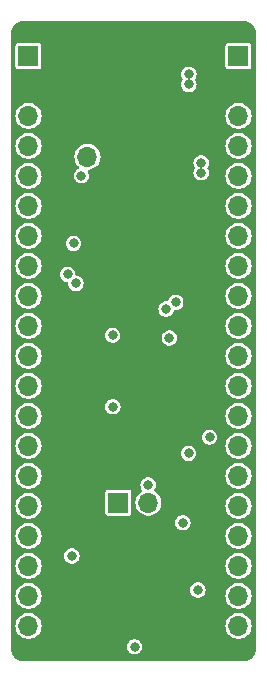
<source format=gbr>
%TF.GenerationSoftware,KiCad,Pcbnew,7.0.2-6a45011f42~172~ubuntu20.04.1*%
%TF.CreationDate,2023-04-23T13:30:35+07:00*%
%TF.ProjectId,EZ-USB-FX2LP-micro,455a2d55-5342-42d4-9658-324c502d6d69,rev?*%
%TF.SameCoordinates,Original*%
%TF.FileFunction,Copper,L2,Inr*%
%TF.FilePolarity,Positive*%
%FSLAX46Y46*%
G04 Gerber Fmt 4.6, Leading zero omitted, Abs format (unit mm)*
G04 Created by KiCad (PCBNEW 7.0.2-6a45011f42~172~ubuntu20.04.1) date 2023-04-23 13:30:35*
%MOMM*%
%LPD*%
G01*
G04 APERTURE LIST*
%TA.AperFunction,ComponentPad*%
%ADD10C,0.500000*%
%TD*%
%TA.AperFunction,ComponentPad*%
%ADD11R,1.700000X1.700000*%
%TD*%
%TA.AperFunction,ComponentPad*%
%ADD12O,1.700000X1.700000*%
%TD*%
%TA.AperFunction,ViaPad*%
%ADD13C,0.800000*%
%TD*%
G04 APERTURE END LIST*
D10*
%TO.N,GND*%
%TO.C,U1*%
X148412400Y-105486200D03*
X147237400Y-105486200D03*
X146062400Y-105486200D03*
X144887400Y-105486200D03*
X143712400Y-105486200D03*
X148412400Y-106486200D03*
X147237400Y-106486200D03*
X146062400Y-106486200D03*
X144887400Y-106486200D03*
X143712400Y-106486200D03*
X148412400Y-107486200D03*
X147237400Y-107486200D03*
X146062400Y-107486200D03*
X144887400Y-107486200D03*
X143712400Y-107486200D03*
X148412400Y-108486200D03*
X147237400Y-108486200D03*
X146062400Y-108486200D03*
X144887400Y-108486200D03*
X143712400Y-108486200D03*
X148412400Y-109486200D03*
X147237400Y-109486200D03*
X146062400Y-109486200D03*
X144887400Y-109486200D03*
X143712400Y-109486200D03*
%TD*%
D11*
%TO.N,Net-(J2-Pin_1)*%
%TO.C,J2*%
X144787400Y-118668800D03*
D12*
%TO.N,/SDA*%
X147327400Y-118668800D03*
%TD*%
D11*
%TO.N,GND*%
%TO.C,J3*%
X142169200Y-86842600D03*
D12*
%TO.N,Net-(D2-K)*%
X142169200Y-89382600D03*
%TD*%
D11*
%TO.N,+5V*%
%TO.C,J1*%
X137172400Y-80846600D03*
D12*
%TO.N,GND*%
X137172400Y-83386600D03*
%TO.N,+3V3*%
X137172400Y-85926600D03*
%TO.N,/IFCLK*%
X137172400Y-88466600D03*
%TO.N,/SCL*%
X137172400Y-91006600D03*
%TO.N,/SDA*%
X137172400Y-93546600D03*
%TO.N,/PB0*%
X137172400Y-96086600D03*
%TO.N,/PB1*%
X137172400Y-98626600D03*
%TO.N,/PB2*%
X137172400Y-101166600D03*
%TO.N,/PB3*%
X137172400Y-103706600D03*
%TO.N,/PB4*%
X137172400Y-106246600D03*
%TO.N,/PB5*%
X137172400Y-108786600D03*
%TO.N,/PB6*%
X137172400Y-111326600D03*
%TO.N,/PB7*%
X137172400Y-113866600D03*
%TO.N,/CTL0*%
X137172400Y-116406600D03*
%TO.N,/CTL1*%
X137172400Y-118946600D03*
%TO.N,/CTL2*%
X137172400Y-121486600D03*
%TO.N,/PA0*%
X137172400Y-124026600D03*
%TO.N,/PA1*%
X137172400Y-126566600D03*
%TO.N,/PA2*%
X137172400Y-129106600D03*
%TD*%
D11*
%TO.N,+5V*%
%TO.C,J7*%
X154952400Y-80846600D03*
D12*
%TO.N,GND*%
X154952400Y-83386600D03*
%TO.N,+3V3*%
X154952400Y-85926600D03*
%TO.N,/RDY1*%
X154952400Y-88466600D03*
%TO.N,/RDY0*%
X154952400Y-91006600D03*
%TO.N,/CLKOUT*%
X154952400Y-93546600D03*
%TO.N,/PD7*%
X154952400Y-96086600D03*
%TO.N,/PD6*%
X154952400Y-98626600D03*
%TO.N,/PD5*%
X154952400Y-101166600D03*
%TO.N,/PD4*%
X154952400Y-103706600D03*
%TO.N,/PD3*%
X154952400Y-106246600D03*
%TO.N,/PD2*%
X154952400Y-108786600D03*
%TO.N,/PD1*%
X154952400Y-111326600D03*
%TO.N,/PD0*%
X154952400Y-113866600D03*
%TO.N,/~{RESET}*%
X154952400Y-116406600D03*
%TO.N,/PA7*%
X154952400Y-118946600D03*
%TO.N,/PA6*%
X154952400Y-121486600D03*
%TO.N,/PA5*%
X154952400Y-124026600D03*
%TO.N,/PA4*%
X154952400Y-126566600D03*
%TO.N,/PA3*%
X154952400Y-129106600D03*
%TD*%
D13*
%TO.N,GND*%
X136296400Y-102438200D03*
X142417800Y-102108000D03*
X136296400Y-92278200D03*
X136296400Y-94818200D03*
X155829000Y-112598200D03*
X155829000Y-125298200D03*
X144653000Y-99441000D03*
X136296400Y-104978200D03*
X145999200Y-83947000D03*
X155829000Y-110058200D03*
X152019000Y-95199200D03*
X136296400Y-117678200D03*
X139928600Y-103200200D03*
X136296400Y-89738200D03*
X144653000Y-95825732D03*
X144653000Y-88595200D03*
X155829000Y-89738200D03*
X146481800Y-95825732D03*
X155829000Y-94818200D03*
X155829000Y-87198200D03*
X155829000Y-117678200D03*
X136296400Y-107518200D03*
X155829000Y-104978200D03*
X152450800Y-78994000D03*
X136296400Y-112598200D03*
X151282400Y-100660200D03*
X136296400Y-87198200D03*
X148564600Y-94081600D03*
X136296400Y-122758200D03*
X155829000Y-92278200D03*
X136296400Y-130378200D03*
X148793200Y-82067400D03*
X147650200Y-86563200D03*
X140639800Y-117678200D03*
X146913600Y-122555000D03*
X143078200Y-81254600D03*
X155829000Y-107518200D03*
X136296400Y-125298200D03*
X144653000Y-92210466D03*
X146481800Y-99441000D03*
X136296400Y-97358200D03*
X136296400Y-84658200D03*
X146075400Y-128752600D03*
X155829000Y-120218200D03*
X141884400Y-122174000D03*
X136296400Y-110058200D03*
X143992600Y-85725000D03*
X146481800Y-88595200D03*
X140233400Y-113207800D03*
X149275800Y-119303800D03*
X153238200Y-84226400D03*
X136296400Y-115138200D03*
X139471400Y-78994000D03*
X151079200Y-115976400D03*
X155829000Y-102438200D03*
X155829000Y-84658200D03*
X155829000Y-127838200D03*
X142824200Y-115544600D03*
X143002000Y-83108800D03*
X155829000Y-115138200D03*
X139471400Y-82067400D03*
X155829000Y-122758200D03*
X155829000Y-99898200D03*
X136296400Y-120218200D03*
X136296400Y-127838200D03*
X136296400Y-99898200D03*
X142163800Y-98882200D03*
X155829000Y-130378200D03*
X150495000Y-111836200D03*
X155829000Y-97358200D03*
X146481800Y-92210466D03*
X145211800Y-125095000D03*
%TO.N,+3V3*%
X140843000Y-123190000D03*
X144313482Y-110550920D03*
X152501600Y-113131600D03*
X144297400Y-104495600D03*
X151511000Y-126060200D03*
X151790400Y-89916000D03*
X151790400Y-90728800D03*
X149098000Y-104736200D03*
X150733001Y-114493799D03*
X150241000Y-120370600D03*
%TO.N,+5V*%
X150749000Y-83261200D03*
X150749000Y-82397600D03*
%TO.N,/~{RESET}*%
X146151600Y-130869000D03*
%TO.N,/SDA*%
X140491400Y-99339400D03*
%TO.N,/SCL*%
X147294600Y-117170200D03*
X141191400Y-100101400D03*
%TO.N,/PA0*%
X141655800Y-90982800D03*
%TO.N,/PA1*%
X140995400Y-96723200D03*
%TO.N,/RDY0*%
X149642232Y-101719553D03*
%TO.N,/RDY1*%
X148818600Y-102285800D03*
%TD*%
%TA.AperFunction,Conductor*%
%TO.N,GND*%
G36*
X155413794Y-77875571D02*
G01*
X155453953Y-77879085D01*
X155575717Y-77891078D01*
X155587732Y-77892860D01*
X155605946Y-77896483D01*
X155613786Y-77898311D01*
X155668751Y-77913038D01*
X155672497Y-77914108D01*
X155765793Y-77942408D01*
X155782173Y-77948677D01*
X155849120Y-77979894D01*
X155855140Y-77982904D01*
X155935923Y-78026084D01*
X155948577Y-78033856D01*
X156010764Y-78077400D01*
X156018299Y-78083118D01*
X156087698Y-78140073D01*
X156096714Y-78148245D01*
X156150752Y-78202283D01*
X156158918Y-78211292D01*
X156215893Y-78280715D01*
X156221603Y-78288241D01*
X156265133Y-78350408D01*
X156272916Y-78363079D01*
X156316094Y-78443860D01*
X156319118Y-78449908D01*
X156350315Y-78516809D01*
X156356594Y-78533219D01*
X156384875Y-78626451D01*
X156385989Y-78630354D01*
X156400676Y-78685169D01*
X156402517Y-78693062D01*
X156406134Y-78711240D01*
X156407921Y-78723285D01*
X156419923Y-78845147D01*
X156423431Y-78885240D01*
X156423900Y-78896003D01*
X156423900Y-131057185D01*
X156423428Y-131067994D01*
X156419923Y-131108050D01*
X156407921Y-131229912D01*
X156406135Y-131241947D01*
X156402516Y-131260137D01*
X156400675Y-131268035D01*
X156385984Y-131322861D01*
X156384870Y-131326761D01*
X156356595Y-131419975D01*
X156350316Y-131436386D01*
X156319118Y-131503290D01*
X156316094Y-131509339D01*
X156272915Y-131590120D01*
X156265133Y-131602788D01*
X156221609Y-131664948D01*
X156215886Y-131672492D01*
X156158920Y-131741904D01*
X156150748Y-131750919D01*
X156096719Y-131804948D01*
X156087704Y-131813120D01*
X156018292Y-131870086D01*
X156010748Y-131875809D01*
X155948588Y-131919333D01*
X155935920Y-131927115D01*
X155855139Y-131970294D01*
X155849090Y-131973318D01*
X155782186Y-132004516D01*
X155765775Y-132010795D01*
X155672561Y-132039070D01*
X155668661Y-132040184D01*
X155613835Y-132054875D01*
X155605936Y-132056717D01*
X155587750Y-132060335D01*
X155575709Y-132062121D01*
X155453850Y-132074123D01*
X155439626Y-132075368D01*
X155413760Y-132077631D01*
X155402995Y-132078100D01*
X136721814Y-132078100D01*
X136711006Y-132077628D01*
X136670947Y-132074123D01*
X136549080Y-132062120D01*
X136537047Y-132060335D01*
X136518866Y-132056718D01*
X136510969Y-132054876D01*
X136456154Y-132040189D01*
X136452251Y-132039075D01*
X136359019Y-132010794D01*
X136342609Y-132004515D01*
X136275708Y-131973318D01*
X136269660Y-131970294D01*
X136188879Y-131927116D01*
X136176208Y-131919333D01*
X136114041Y-131875803D01*
X136106522Y-131870098D01*
X136037091Y-131813117D01*
X136028083Y-131804952D01*
X135974045Y-131750914D01*
X135965873Y-131741898D01*
X135908918Y-131672499D01*
X135903196Y-131664958D01*
X135903189Y-131664948D01*
X135859656Y-131602777D01*
X135851884Y-131590123D01*
X135808704Y-131509339D01*
X135805694Y-131503320D01*
X135774477Y-131436373D01*
X135768208Y-131419993D01*
X135739908Y-131326697D01*
X135738838Y-131322951D01*
X135724111Y-131267986D01*
X135722284Y-131260151D01*
X135718659Y-131241925D01*
X135716879Y-131229925D01*
X135704876Y-131108050D01*
X135701368Y-131067958D01*
X135700900Y-131057199D01*
X135700900Y-130868999D01*
X145496321Y-130868999D01*
X145515363Y-131025818D01*
X145571380Y-131173523D01*
X145661115Y-131303528D01*
X145661116Y-131303529D01*
X145661117Y-131303530D01*
X145779360Y-131408283D01*
X145919235Y-131481696D01*
X146072615Y-131519500D01*
X146230585Y-131519500D01*
X146383965Y-131481696D01*
X146523840Y-131408283D01*
X146642083Y-131303530D01*
X146731820Y-131173523D01*
X146787837Y-131025818D01*
X146806878Y-130869000D01*
X146787837Y-130712182D01*
X146731820Y-130564477D01*
X146642083Y-130434470D01*
X146523840Y-130329717D01*
X146510594Y-130322764D01*
X146383964Y-130256303D01*
X146230585Y-130218500D01*
X146072615Y-130218500D01*
X145919235Y-130256303D01*
X145779361Y-130329716D01*
X145661115Y-130434471D01*
X145571380Y-130564476D01*
X145515363Y-130712181D01*
X145496321Y-130868999D01*
X135700900Y-130868999D01*
X135700900Y-129106600D01*
X136067185Y-129106600D01*
X136086002Y-129309683D01*
X136141818Y-129505851D01*
X136232724Y-129688418D01*
X136355636Y-129851180D01*
X136506358Y-129988581D01*
X136679761Y-130095947D01*
X136679763Y-130095948D01*
X136869944Y-130169624D01*
X137070424Y-130207100D01*
X137070426Y-130207100D01*
X137274374Y-130207100D01*
X137274376Y-130207100D01*
X137474856Y-130169624D01*
X137665037Y-130095948D01*
X137838441Y-129988581D01*
X137989164Y-129851179D01*
X138112073Y-129688421D01*
X138112073Y-129688419D01*
X138112075Y-129688418D01*
X138157713Y-129596761D01*
X138202982Y-129505850D01*
X138258797Y-129309683D01*
X138277615Y-129106600D01*
X153847185Y-129106600D01*
X153866002Y-129309683D01*
X153921818Y-129505851D01*
X154012724Y-129688418D01*
X154135636Y-129851180D01*
X154286358Y-129988581D01*
X154459761Y-130095947D01*
X154459763Y-130095948D01*
X154649944Y-130169624D01*
X154850424Y-130207100D01*
X154850426Y-130207100D01*
X155054374Y-130207100D01*
X155054376Y-130207100D01*
X155254856Y-130169624D01*
X155445037Y-130095948D01*
X155618441Y-129988581D01*
X155769164Y-129851179D01*
X155892073Y-129688421D01*
X155892073Y-129688419D01*
X155892075Y-129688418D01*
X155937713Y-129596761D01*
X155982982Y-129505850D01*
X156038797Y-129309683D01*
X156057615Y-129106600D01*
X156038797Y-128903517D01*
X155982982Y-128707350D01*
X155982609Y-128706601D01*
X155892075Y-128524781D01*
X155769163Y-128362019D01*
X155618441Y-128224618D01*
X155445038Y-128117252D01*
X155254857Y-128043576D01*
X155188029Y-128031083D01*
X155054376Y-128006100D01*
X154850424Y-128006100D01*
X154750183Y-128024837D01*
X154649942Y-128043576D01*
X154459761Y-128117252D01*
X154286358Y-128224618D01*
X154135636Y-128362019D01*
X154012724Y-128524781D01*
X153921818Y-128707348D01*
X153866002Y-128903516D01*
X153847185Y-129106600D01*
X138277615Y-129106600D01*
X138258797Y-128903517D01*
X138202982Y-128707350D01*
X138202609Y-128706601D01*
X138112075Y-128524781D01*
X137989163Y-128362019D01*
X137838441Y-128224618D01*
X137665038Y-128117252D01*
X137474857Y-128043576D01*
X137408029Y-128031083D01*
X137274376Y-128006100D01*
X137070424Y-128006100D01*
X136970183Y-128024837D01*
X136869942Y-128043576D01*
X136679761Y-128117252D01*
X136506358Y-128224618D01*
X136355636Y-128362019D01*
X136232724Y-128524781D01*
X136141818Y-128707348D01*
X136086002Y-128903516D01*
X136067185Y-129106600D01*
X135700900Y-129106600D01*
X135700900Y-126566599D01*
X136067185Y-126566599D01*
X136086002Y-126769683D01*
X136141818Y-126965851D01*
X136232724Y-127148418D01*
X136355636Y-127311180D01*
X136506358Y-127448581D01*
X136679761Y-127555947D01*
X136679763Y-127555948D01*
X136869944Y-127629624D01*
X137070424Y-127667100D01*
X137070426Y-127667100D01*
X137274374Y-127667100D01*
X137274376Y-127667100D01*
X137474856Y-127629624D01*
X137665037Y-127555948D01*
X137838441Y-127448581D01*
X137989164Y-127311179D01*
X138112073Y-127148421D01*
X138112073Y-127148419D01*
X138112075Y-127148418D01*
X138157713Y-127056761D01*
X138202982Y-126965850D01*
X138258797Y-126769683D01*
X138277615Y-126566600D01*
X138258797Y-126363517D01*
X138202982Y-126167350D01*
X138202609Y-126166601D01*
X138149628Y-126060199D01*
X150855721Y-126060199D01*
X150874763Y-126217018D01*
X150930780Y-126364723D01*
X151020515Y-126494728D01*
X151020516Y-126494729D01*
X151020517Y-126494730D01*
X151138760Y-126599483D01*
X151278635Y-126672896D01*
X151432015Y-126710700D01*
X151589985Y-126710700D01*
X151743365Y-126672896D01*
X151883240Y-126599483D01*
X151920359Y-126566599D01*
X153847185Y-126566599D01*
X153866002Y-126769683D01*
X153921818Y-126965851D01*
X154012724Y-127148418D01*
X154135636Y-127311180D01*
X154286358Y-127448581D01*
X154459761Y-127555947D01*
X154459763Y-127555948D01*
X154649944Y-127629624D01*
X154850424Y-127667100D01*
X154850426Y-127667100D01*
X155054374Y-127667100D01*
X155054376Y-127667100D01*
X155254856Y-127629624D01*
X155445037Y-127555948D01*
X155618441Y-127448581D01*
X155769164Y-127311179D01*
X155892073Y-127148421D01*
X155892073Y-127148419D01*
X155892075Y-127148418D01*
X155937713Y-127056761D01*
X155982982Y-126965850D01*
X156038797Y-126769683D01*
X156057615Y-126566600D01*
X156038797Y-126363517D01*
X155982982Y-126167350D01*
X155982609Y-126166601D01*
X155892075Y-125984781D01*
X155769163Y-125822019D01*
X155618441Y-125684618D01*
X155445038Y-125577252D01*
X155254857Y-125503576D01*
X155188029Y-125491083D01*
X155054376Y-125466100D01*
X154850424Y-125466100D01*
X154750183Y-125484837D01*
X154649942Y-125503576D01*
X154459761Y-125577252D01*
X154286358Y-125684618D01*
X154135636Y-125822019D01*
X154012724Y-125984781D01*
X153921818Y-126167348D01*
X153866002Y-126363516D01*
X153847185Y-126566599D01*
X151920359Y-126566599D01*
X152001483Y-126494730D01*
X152091220Y-126364723D01*
X152147237Y-126217018D01*
X152166278Y-126060200D01*
X152147237Y-125903382D01*
X152091220Y-125755677D01*
X152001483Y-125625670D01*
X151883240Y-125520917D01*
X151850200Y-125503576D01*
X151743364Y-125447503D01*
X151589985Y-125409700D01*
X151432015Y-125409700D01*
X151278635Y-125447503D01*
X151138761Y-125520916D01*
X151020515Y-125625671D01*
X150930780Y-125755676D01*
X150874763Y-125903381D01*
X150855721Y-126060199D01*
X138149628Y-126060199D01*
X138112075Y-125984781D01*
X137989163Y-125822019D01*
X137838441Y-125684618D01*
X137665038Y-125577252D01*
X137474857Y-125503576D01*
X137408029Y-125491083D01*
X137274376Y-125466100D01*
X137070424Y-125466100D01*
X136970183Y-125484838D01*
X136869942Y-125503576D01*
X136679761Y-125577252D01*
X136506358Y-125684618D01*
X136355636Y-125822019D01*
X136232724Y-125984781D01*
X136141818Y-126167348D01*
X136086002Y-126363516D01*
X136067185Y-126566599D01*
X135700900Y-126566599D01*
X135700900Y-124026600D01*
X136067185Y-124026600D01*
X136086002Y-124229683D01*
X136141818Y-124425851D01*
X136232724Y-124608418D01*
X136355636Y-124771180D01*
X136506358Y-124908581D01*
X136679761Y-125015947D01*
X136679763Y-125015948D01*
X136869944Y-125089624D01*
X137070424Y-125127100D01*
X137070426Y-125127100D01*
X137274374Y-125127100D01*
X137274376Y-125127100D01*
X137474856Y-125089624D01*
X137665037Y-125015948D01*
X137838441Y-124908581D01*
X137989164Y-124771179D01*
X138112073Y-124608421D01*
X138112073Y-124608419D01*
X138112075Y-124608418D01*
X138157713Y-124516761D01*
X138202982Y-124425850D01*
X138258797Y-124229683D01*
X138277615Y-124026600D01*
X153847185Y-124026600D01*
X153866002Y-124229683D01*
X153921818Y-124425851D01*
X154012724Y-124608418D01*
X154135636Y-124771180D01*
X154286358Y-124908581D01*
X154459761Y-125015947D01*
X154459763Y-125015948D01*
X154649944Y-125089624D01*
X154850424Y-125127100D01*
X154850426Y-125127100D01*
X155054374Y-125127100D01*
X155054376Y-125127100D01*
X155254856Y-125089624D01*
X155445037Y-125015948D01*
X155618441Y-124908581D01*
X155769164Y-124771179D01*
X155892073Y-124608421D01*
X155892073Y-124608419D01*
X155892075Y-124608418D01*
X155937713Y-124516761D01*
X155982982Y-124425850D01*
X156038797Y-124229683D01*
X156057615Y-124026600D01*
X156038797Y-123823517D01*
X155982982Y-123627350D01*
X155981577Y-123624528D01*
X155892075Y-123444781D01*
X155769163Y-123282019D01*
X155618441Y-123144618D01*
X155445038Y-123037252D01*
X155254857Y-122963576D01*
X155188029Y-122951083D01*
X155054376Y-122926100D01*
X154850424Y-122926100D01*
X154750183Y-122944838D01*
X154649942Y-122963576D01*
X154459761Y-123037252D01*
X154286358Y-123144618D01*
X154135636Y-123282019D01*
X154012724Y-123444781D01*
X153921818Y-123627348D01*
X153866002Y-123823516D01*
X153847185Y-124026600D01*
X138277615Y-124026600D01*
X138258797Y-123823517D01*
X138202982Y-123627350D01*
X138201577Y-123624528D01*
X138112075Y-123444781D01*
X137989163Y-123282019D01*
X137888223Y-123190000D01*
X140187721Y-123190000D01*
X140206763Y-123346818D01*
X140262780Y-123494523D01*
X140352515Y-123624528D01*
X140352516Y-123624529D01*
X140352517Y-123624530D01*
X140470760Y-123729283D01*
X140610635Y-123802696D01*
X140764015Y-123840500D01*
X140921985Y-123840500D01*
X141075365Y-123802696D01*
X141215240Y-123729283D01*
X141333483Y-123624530D01*
X141423220Y-123494523D01*
X141479237Y-123346818D01*
X141498278Y-123190000D01*
X141479237Y-123033182D01*
X141423220Y-122885477D01*
X141333483Y-122755470D01*
X141215240Y-122650717D01*
X141201994Y-122643764D01*
X141075364Y-122577303D01*
X140921985Y-122539500D01*
X140764015Y-122539500D01*
X140610635Y-122577303D01*
X140470761Y-122650716D01*
X140352515Y-122755471D01*
X140262780Y-122885476D01*
X140206763Y-123033181D01*
X140187721Y-123190000D01*
X137888223Y-123190000D01*
X137838441Y-123144618D01*
X137665038Y-123037252D01*
X137474857Y-122963576D01*
X137408029Y-122951083D01*
X137274376Y-122926100D01*
X137070424Y-122926100D01*
X136970183Y-122944838D01*
X136869942Y-122963576D01*
X136679761Y-123037252D01*
X136506358Y-123144618D01*
X136355636Y-123282019D01*
X136232724Y-123444781D01*
X136141818Y-123627348D01*
X136086002Y-123823516D01*
X136067185Y-124026600D01*
X135700900Y-124026600D01*
X135700900Y-121486599D01*
X136067185Y-121486599D01*
X136086002Y-121689683D01*
X136141818Y-121885851D01*
X136232724Y-122068418D01*
X136355636Y-122231180D01*
X136506358Y-122368581D01*
X136679761Y-122475947D01*
X136679763Y-122475948D01*
X136869944Y-122549624D01*
X137070424Y-122587100D01*
X137070426Y-122587100D01*
X137274374Y-122587100D01*
X137274376Y-122587100D01*
X137474856Y-122549624D01*
X137665037Y-122475948D01*
X137838441Y-122368581D01*
X137989164Y-122231179D01*
X138112073Y-122068421D01*
X138112073Y-122068419D01*
X138112075Y-122068418D01*
X138157713Y-121976761D01*
X138202982Y-121885850D01*
X138258797Y-121689683D01*
X138277615Y-121486600D01*
X138277615Y-121486599D01*
X153847185Y-121486599D01*
X153866002Y-121689683D01*
X153921818Y-121885851D01*
X154012724Y-122068418D01*
X154135636Y-122231180D01*
X154286358Y-122368581D01*
X154459761Y-122475947D01*
X154459763Y-122475948D01*
X154649944Y-122549624D01*
X154850424Y-122587100D01*
X154850426Y-122587100D01*
X155054374Y-122587100D01*
X155054376Y-122587100D01*
X155254856Y-122549624D01*
X155445037Y-122475948D01*
X155618441Y-122368581D01*
X155769164Y-122231179D01*
X155892073Y-122068421D01*
X155892073Y-122068419D01*
X155892075Y-122068418D01*
X155937713Y-121976761D01*
X155982982Y-121885850D01*
X156038797Y-121689683D01*
X156057615Y-121486600D01*
X156038797Y-121283517D01*
X155982982Y-121087350D01*
X155931170Y-120983296D01*
X155892075Y-120904781D01*
X155769163Y-120742019D01*
X155618441Y-120604618D01*
X155445038Y-120497252D01*
X155254857Y-120423576D01*
X155188029Y-120411083D01*
X155054376Y-120386100D01*
X154850424Y-120386100D01*
X154750183Y-120404838D01*
X154649942Y-120423576D01*
X154459761Y-120497252D01*
X154286358Y-120604618D01*
X154135636Y-120742019D01*
X154012724Y-120904781D01*
X153921818Y-121087348D01*
X153866002Y-121283516D01*
X153847185Y-121486599D01*
X138277615Y-121486599D01*
X138258797Y-121283517D01*
X138202982Y-121087350D01*
X138151170Y-120983296D01*
X138112075Y-120904781D01*
X137989163Y-120742019D01*
X137838441Y-120604618D01*
X137665038Y-120497252D01*
X137474857Y-120423576D01*
X137408029Y-120411083D01*
X137274376Y-120386100D01*
X137070424Y-120386100D01*
X136970183Y-120404838D01*
X136869942Y-120423576D01*
X136679761Y-120497252D01*
X136506358Y-120604618D01*
X136355636Y-120742019D01*
X136232724Y-120904781D01*
X136141818Y-121087348D01*
X136086002Y-121283516D01*
X136067185Y-121486599D01*
X135700900Y-121486599D01*
X135700900Y-120370600D01*
X149585721Y-120370600D01*
X149604763Y-120527418D01*
X149660780Y-120675123D01*
X149750515Y-120805128D01*
X149750516Y-120805129D01*
X149750517Y-120805130D01*
X149868760Y-120909883D01*
X150008635Y-120983296D01*
X150162015Y-121021100D01*
X150319985Y-121021100D01*
X150473365Y-120983296D01*
X150613240Y-120909883D01*
X150731483Y-120805130D01*
X150821220Y-120675123D01*
X150877237Y-120527418D01*
X150896278Y-120370600D01*
X150877237Y-120213782D01*
X150821220Y-120066077D01*
X150731483Y-119936070D01*
X150613240Y-119831317D01*
X150599994Y-119824365D01*
X150473364Y-119757903D01*
X150319985Y-119720100D01*
X150162015Y-119720100D01*
X150008635Y-119757903D01*
X149868761Y-119831316D01*
X149750515Y-119936071D01*
X149660780Y-120066076D01*
X149604763Y-120213781D01*
X149585721Y-120370600D01*
X135700900Y-120370600D01*
X135700900Y-118946599D01*
X136067185Y-118946599D01*
X136086002Y-119149683D01*
X136141818Y-119345851D01*
X136232724Y-119528418D01*
X136355636Y-119691180D01*
X136506358Y-119828581D01*
X136679761Y-119935947D01*
X136679763Y-119935948D01*
X136869944Y-120009624D01*
X137070424Y-120047100D01*
X137070426Y-120047100D01*
X137274374Y-120047100D01*
X137274376Y-120047100D01*
X137474856Y-120009624D01*
X137665037Y-119935948D01*
X137838441Y-119828581D01*
X137989164Y-119691179D01*
X138100706Y-119543474D01*
X143686900Y-119543474D01*
X143701433Y-119616538D01*
X143701433Y-119616539D01*
X143701434Y-119616540D01*
X143756799Y-119699401D01*
X143839660Y-119754766D01*
X143876192Y-119762033D01*
X143912725Y-119769300D01*
X143912726Y-119769300D01*
X145662075Y-119769300D01*
X145686429Y-119764455D01*
X145735140Y-119754766D01*
X145818001Y-119699401D01*
X145873366Y-119616540D01*
X145887900Y-119543474D01*
X145887900Y-118668800D01*
X146222185Y-118668800D01*
X146241002Y-118871883D01*
X146296818Y-119068051D01*
X146387724Y-119250618D01*
X146510636Y-119413380D01*
X146661358Y-119550781D01*
X146834761Y-119658147D01*
X146834763Y-119658148D01*
X147024944Y-119731824D01*
X147225424Y-119769300D01*
X147225426Y-119769300D01*
X147429374Y-119769300D01*
X147429376Y-119769300D01*
X147629856Y-119731824D01*
X147820037Y-119658148D01*
X147993441Y-119550781D01*
X148144164Y-119413379D01*
X148267073Y-119250621D01*
X148267073Y-119250619D01*
X148267075Y-119250618D01*
X148317334Y-119149683D01*
X148357982Y-119068050D01*
X148392538Y-118946600D01*
X153847185Y-118946600D01*
X153866002Y-119149683D01*
X153921818Y-119345851D01*
X154012724Y-119528418D01*
X154135636Y-119691180D01*
X154286358Y-119828581D01*
X154459761Y-119935947D01*
X154459763Y-119935948D01*
X154649944Y-120009624D01*
X154850424Y-120047100D01*
X154850426Y-120047100D01*
X155054374Y-120047100D01*
X155054376Y-120047100D01*
X155254856Y-120009624D01*
X155445037Y-119935948D01*
X155618441Y-119828581D01*
X155769164Y-119691179D01*
X155892073Y-119528421D01*
X155892073Y-119528419D01*
X155892075Y-119528418D01*
X155949357Y-119413379D01*
X155982982Y-119345850D01*
X156038797Y-119149683D01*
X156057615Y-118946600D01*
X156038797Y-118743517D01*
X155982982Y-118547350D01*
X155942334Y-118465717D01*
X155892075Y-118364781D01*
X155769163Y-118202019D01*
X155618441Y-118064618D01*
X155445038Y-117957252D01*
X155254857Y-117883576D01*
X155188029Y-117871083D01*
X155054376Y-117846100D01*
X154850424Y-117846100D01*
X154750183Y-117864838D01*
X154649942Y-117883576D01*
X154459761Y-117957252D01*
X154286358Y-118064618D01*
X154135636Y-118202019D01*
X154012724Y-118364781D01*
X153921818Y-118547348D01*
X153866002Y-118743516D01*
X153847185Y-118946600D01*
X148392538Y-118946600D01*
X148413797Y-118871883D01*
X148432615Y-118668800D01*
X148413797Y-118465717D01*
X148357982Y-118269550D01*
X148324356Y-118202019D01*
X148267075Y-118086981D01*
X148144163Y-117924219D01*
X147993443Y-117786820D01*
X147870221Y-117710524D01*
X147823586Y-117658496D01*
X147812482Y-117589514D01*
X147833447Y-117534661D01*
X147874820Y-117474723D01*
X147930837Y-117327018D01*
X147949878Y-117170200D01*
X147930837Y-117013382D01*
X147874820Y-116865677D01*
X147785083Y-116735670D01*
X147666840Y-116630917D01*
X147626383Y-116609683D01*
X147526964Y-116557503D01*
X147373585Y-116519700D01*
X147215615Y-116519700D01*
X147062235Y-116557503D01*
X146922361Y-116630916D01*
X146804115Y-116735671D01*
X146714380Y-116865676D01*
X146658363Y-117013381D01*
X146639321Y-117170199D01*
X146658363Y-117327018D01*
X146714380Y-117474725D01*
X146775391Y-117563115D01*
X146797274Y-117629469D01*
X146779808Y-117697121D01*
X146738619Y-117738980D01*
X146661360Y-117786817D01*
X146510636Y-117924219D01*
X146387724Y-118086981D01*
X146296818Y-118269548D01*
X146241002Y-118465716D01*
X146222185Y-118668800D01*
X145887900Y-118668800D01*
X145887900Y-117794126D01*
X145873366Y-117721060D01*
X145818001Y-117638199D01*
X145735140Y-117582834D01*
X145735139Y-117582833D01*
X145735138Y-117582833D01*
X145662075Y-117568300D01*
X145662074Y-117568300D01*
X143912726Y-117568300D01*
X143912725Y-117568300D01*
X143839661Y-117582833D01*
X143756799Y-117638199D01*
X143701433Y-117721061D01*
X143686900Y-117794125D01*
X143686900Y-119543474D01*
X138100706Y-119543474D01*
X138112073Y-119528421D01*
X138112073Y-119528419D01*
X138112075Y-119528418D01*
X138169357Y-119413379D01*
X138202982Y-119345850D01*
X138258797Y-119149683D01*
X138277615Y-118946600D01*
X138258797Y-118743517D01*
X138202982Y-118547350D01*
X138162334Y-118465717D01*
X138112075Y-118364781D01*
X137989163Y-118202019D01*
X137838441Y-118064618D01*
X137665038Y-117957252D01*
X137474857Y-117883576D01*
X137408029Y-117871083D01*
X137274376Y-117846100D01*
X137070424Y-117846100D01*
X136970183Y-117864838D01*
X136869942Y-117883576D01*
X136679761Y-117957252D01*
X136506358Y-118064618D01*
X136355636Y-118202019D01*
X136232724Y-118364781D01*
X136141818Y-118547348D01*
X136086002Y-118743516D01*
X136067185Y-118946599D01*
X135700900Y-118946599D01*
X135700900Y-116406600D01*
X136067185Y-116406600D01*
X136086002Y-116609683D01*
X136141818Y-116805851D01*
X136232724Y-116988418D01*
X136355636Y-117151180D01*
X136506358Y-117288581D01*
X136679761Y-117395947D01*
X136679763Y-117395948D01*
X136869944Y-117469624D01*
X137070424Y-117507100D01*
X137070426Y-117507100D01*
X137274374Y-117507100D01*
X137274376Y-117507100D01*
X137474856Y-117469624D01*
X137665037Y-117395948D01*
X137838441Y-117288581D01*
X137989164Y-117151179D01*
X138112073Y-116988421D01*
X138112073Y-116988419D01*
X138112075Y-116988418D01*
X138173192Y-116865676D01*
X138202982Y-116805850D01*
X138258797Y-116609683D01*
X138277615Y-116406600D01*
X153847185Y-116406600D01*
X153866002Y-116609683D01*
X153921818Y-116805851D01*
X154012724Y-116988418D01*
X154135636Y-117151180D01*
X154286358Y-117288581D01*
X154459761Y-117395947D01*
X154459763Y-117395948D01*
X154649944Y-117469624D01*
X154850424Y-117507100D01*
X154850426Y-117507100D01*
X155054374Y-117507100D01*
X155054376Y-117507100D01*
X155254856Y-117469624D01*
X155445037Y-117395948D01*
X155618441Y-117288581D01*
X155769164Y-117151179D01*
X155892073Y-116988421D01*
X155892073Y-116988419D01*
X155892075Y-116988418D01*
X155953192Y-116865676D01*
X155982982Y-116805850D01*
X156038797Y-116609683D01*
X156057615Y-116406600D01*
X156038797Y-116203517D01*
X155982982Y-116007350D01*
X155982609Y-116006601D01*
X155892075Y-115824781D01*
X155769163Y-115662019D01*
X155618441Y-115524618D01*
X155445038Y-115417252D01*
X155254857Y-115343576D01*
X155188029Y-115331083D01*
X155054376Y-115306100D01*
X154850424Y-115306100D01*
X154750183Y-115324838D01*
X154649942Y-115343576D01*
X154459761Y-115417252D01*
X154286358Y-115524618D01*
X154135636Y-115662019D01*
X154012724Y-115824781D01*
X153921818Y-116007348D01*
X153866002Y-116203516D01*
X153847185Y-116406600D01*
X138277615Y-116406600D01*
X138258797Y-116203517D01*
X138202982Y-116007350D01*
X138202609Y-116006601D01*
X138112075Y-115824781D01*
X137989163Y-115662019D01*
X137838441Y-115524618D01*
X137665038Y-115417252D01*
X137474857Y-115343576D01*
X137408029Y-115331083D01*
X137274376Y-115306100D01*
X137070424Y-115306100D01*
X136970183Y-115324838D01*
X136869942Y-115343576D01*
X136679761Y-115417252D01*
X136506358Y-115524618D01*
X136355636Y-115662019D01*
X136232724Y-115824781D01*
X136141818Y-116007348D01*
X136086002Y-116203516D01*
X136067185Y-116406600D01*
X135700900Y-116406600D01*
X135700900Y-113866599D01*
X136067185Y-113866599D01*
X136086002Y-114069683D01*
X136141818Y-114265851D01*
X136232724Y-114448418D01*
X136355636Y-114611180D01*
X136506358Y-114748581D01*
X136679761Y-114855947D01*
X136679763Y-114855948D01*
X136869944Y-114929624D01*
X137070424Y-114967100D01*
X137070426Y-114967100D01*
X137274374Y-114967100D01*
X137274376Y-114967100D01*
X137474856Y-114929624D01*
X137665037Y-114855948D01*
X137838441Y-114748581D01*
X137989164Y-114611179D01*
X138077806Y-114493798D01*
X150077722Y-114493798D01*
X150096764Y-114650617D01*
X150152781Y-114798322D01*
X150242516Y-114928327D01*
X150242517Y-114928328D01*
X150242518Y-114928329D01*
X150360761Y-115033082D01*
X150500636Y-115106495D01*
X150654016Y-115144299D01*
X150811986Y-115144299D01*
X150965366Y-115106495D01*
X151105241Y-115033082D01*
X151223484Y-114928329D01*
X151313221Y-114798322D01*
X151369238Y-114650617D01*
X151388279Y-114493799D01*
X151369238Y-114336981D01*
X151313221Y-114189276D01*
X151223484Y-114059269D01*
X151105241Y-113954516D01*
X151091995Y-113947564D01*
X150965365Y-113881102D01*
X150906522Y-113866599D01*
X153847185Y-113866599D01*
X153866002Y-114069683D01*
X153921818Y-114265851D01*
X154012724Y-114448418D01*
X154135636Y-114611180D01*
X154286358Y-114748581D01*
X154459761Y-114855947D01*
X154459763Y-114855948D01*
X154649944Y-114929624D01*
X154850424Y-114967100D01*
X154850426Y-114967100D01*
X155054374Y-114967100D01*
X155054376Y-114967100D01*
X155254856Y-114929624D01*
X155445037Y-114855948D01*
X155618441Y-114748581D01*
X155769164Y-114611179D01*
X155892073Y-114448421D01*
X155892073Y-114448419D01*
X155892075Y-114448418D01*
X155947564Y-114336980D01*
X155982982Y-114265850D01*
X156038797Y-114069683D01*
X156057615Y-113866600D01*
X156038797Y-113663517D01*
X155982982Y-113467350D01*
X155967433Y-113436123D01*
X155892075Y-113284781D01*
X155769163Y-113122019D01*
X155618441Y-112984618D01*
X155445038Y-112877252D01*
X155254857Y-112803576D01*
X155188029Y-112791083D01*
X155054376Y-112766100D01*
X154850424Y-112766100D01*
X154750183Y-112784838D01*
X154649942Y-112803576D01*
X154459761Y-112877252D01*
X154286358Y-112984618D01*
X154135636Y-113122019D01*
X154012724Y-113284781D01*
X153921818Y-113467348D01*
X153866002Y-113663516D01*
X153847185Y-113866599D01*
X150906522Y-113866599D01*
X150811986Y-113843299D01*
X150654016Y-113843299D01*
X150500636Y-113881102D01*
X150360762Y-113954515D01*
X150242516Y-114059270D01*
X150152781Y-114189275D01*
X150096764Y-114336980D01*
X150077722Y-114493798D01*
X138077806Y-114493798D01*
X138112073Y-114448421D01*
X138112073Y-114448419D01*
X138112075Y-114448418D01*
X138167564Y-114336980D01*
X138202982Y-114265850D01*
X138258797Y-114069683D01*
X138277615Y-113866600D01*
X138258797Y-113663517D01*
X138202982Y-113467350D01*
X138187433Y-113436123D01*
X138112075Y-113284781D01*
X137996398Y-113131600D01*
X151846321Y-113131600D01*
X151865363Y-113288418D01*
X151921380Y-113436123D01*
X152011115Y-113566128D01*
X152011116Y-113566129D01*
X152011117Y-113566130D01*
X152129360Y-113670883D01*
X152269235Y-113744296D01*
X152422615Y-113782100D01*
X152580585Y-113782100D01*
X152733965Y-113744296D01*
X152873840Y-113670883D01*
X152992083Y-113566130D01*
X153081820Y-113436123D01*
X153137837Y-113288418D01*
X153156878Y-113131600D01*
X153137837Y-112974782D01*
X153081820Y-112827077D01*
X152992083Y-112697070D01*
X152873840Y-112592317D01*
X152860594Y-112585365D01*
X152733964Y-112518903D01*
X152580585Y-112481100D01*
X152422615Y-112481100D01*
X152269235Y-112518903D01*
X152129361Y-112592316D01*
X152011115Y-112697071D01*
X151921380Y-112827076D01*
X151865363Y-112974781D01*
X151846321Y-113131600D01*
X137996398Y-113131600D01*
X137989163Y-113122019D01*
X137838441Y-112984618D01*
X137665038Y-112877252D01*
X137474857Y-112803576D01*
X137408029Y-112791083D01*
X137274376Y-112766100D01*
X137070424Y-112766100D01*
X136970183Y-112784838D01*
X136869942Y-112803576D01*
X136679761Y-112877252D01*
X136506358Y-112984618D01*
X136355636Y-113122019D01*
X136232724Y-113284781D01*
X136141818Y-113467348D01*
X136086002Y-113663516D01*
X136067185Y-113866599D01*
X135700900Y-113866599D01*
X135700900Y-111326600D01*
X136067185Y-111326600D01*
X136086002Y-111529683D01*
X136141818Y-111725851D01*
X136232724Y-111908418D01*
X136355636Y-112071180D01*
X136506358Y-112208581D01*
X136679761Y-112315947D01*
X136679763Y-112315948D01*
X136869944Y-112389624D01*
X137070424Y-112427100D01*
X137070426Y-112427100D01*
X137274374Y-112427100D01*
X137274376Y-112427100D01*
X137474856Y-112389624D01*
X137665037Y-112315948D01*
X137838441Y-112208581D01*
X137989164Y-112071179D01*
X138112073Y-111908421D01*
X138112073Y-111908419D01*
X138112075Y-111908418D01*
X138157713Y-111816761D01*
X138202982Y-111725850D01*
X138258797Y-111529683D01*
X138277615Y-111326600D01*
X138277615Y-111326599D01*
X153847185Y-111326599D01*
X153866002Y-111529683D01*
X153921818Y-111725851D01*
X154012724Y-111908418D01*
X154135636Y-112071180D01*
X154286358Y-112208581D01*
X154459761Y-112315947D01*
X154459763Y-112315948D01*
X154649944Y-112389624D01*
X154850424Y-112427100D01*
X154850426Y-112427100D01*
X155054374Y-112427100D01*
X155054376Y-112427100D01*
X155254856Y-112389624D01*
X155445037Y-112315948D01*
X155618441Y-112208581D01*
X155769164Y-112071179D01*
X155892073Y-111908421D01*
X155892073Y-111908419D01*
X155892075Y-111908418D01*
X155937713Y-111816761D01*
X155982982Y-111725850D01*
X156038797Y-111529683D01*
X156057615Y-111326600D01*
X156038797Y-111123517D01*
X155982982Y-110927350D01*
X155947177Y-110855443D01*
X155892075Y-110744781D01*
X155769163Y-110582019D01*
X155618441Y-110444618D01*
X155445038Y-110337252D01*
X155254857Y-110263576D01*
X155162956Y-110246397D01*
X155054376Y-110226100D01*
X154850424Y-110226100D01*
X154750183Y-110244838D01*
X154649942Y-110263576D01*
X154459761Y-110337252D01*
X154286358Y-110444618D01*
X154135636Y-110582019D01*
X154012724Y-110744781D01*
X153921818Y-110927348D01*
X153866002Y-111123516D01*
X153847185Y-111326599D01*
X138277615Y-111326599D01*
X138258797Y-111123517D01*
X138202982Y-110927350D01*
X138167177Y-110855443D01*
X138112075Y-110744781D01*
X137989163Y-110582019D01*
X137955049Y-110550920D01*
X143658203Y-110550920D01*
X143677245Y-110707738D01*
X143733262Y-110855443D01*
X143822997Y-110985448D01*
X143822998Y-110985449D01*
X143822999Y-110985450D01*
X143941242Y-111090203D01*
X144081117Y-111163616D01*
X144234497Y-111201420D01*
X144392467Y-111201420D01*
X144545847Y-111163616D01*
X144685722Y-111090203D01*
X144803965Y-110985450D01*
X144893702Y-110855443D01*
X144949719Y-110707738D01*
X144968760Y-110550920D01*
X144949719Y-110394102D01*
X144893702Y-110246397D01*
X144803965Y-110116390D01*
X144685722Y-110011637D01*
X144672476Y-110004684D01*
X144545846Y-109938223D01*
X144392467Y-109900420D01*
X144234497Y-109900420D01*
X144081117Y-109938223D01*
X143941243Y-110011636D01*
X143822997Y-110116391D01*
X143733262Y-110246396D01*
X143677245Y-110394101D01*
X143658203Y-110550920D01*
X137955049Y-110550920D01*
X137838441Y-110444618D01*
X137665038Y-110337252D01*
X137474857Y-110263576D01*
X137382956Y-110246397D01*
X137274376Y-110226100D01*
X137070424Y-110226100D01*
X136970183Y-110244838D01*
X136869942Y-110263576D01*
X136679761Y-110337252D01*
X136506358Y-110444618D01*
X136355636Y-110582019D01*
X136232724Y-110744781D01*
X136141818Y-110927348D01*
X136086002Y-111123516D01*
X136067185Y-111326600D01*
X135700900Y-111326600D01*
X135700900Y-108786600D01*
X136067185Y-108786600D01*
X136086002Y-108989683D01*
X136141818Y-109185851D01*
X136232724Y-109368418D01*
X136355636Y-109531180D01*
X136506358Y-109668581D01*
X136679761Y-109775947D01*
X136679763Y-109775948D01*
X136869944Y-109849624D01*
X137070424Y-109887100D01*
X137070426Y-109887100D01*
X137274374Y-109887100D01*
X137274376Y-109887100D01*
X137474856Y-109849624D01*
X137665037Y-109775948D01*
X137838441Y-109668581D01*
X137989164Y-109531179D01*
X138112073Y-109368421D01*
X138112073Y-109368419D01*
X138112075Y-109368418D01*
X138157713Y-109276761D01*
X138202982Y-109185850D01*
X138258797Y-108989683D01*
X138277615Y-108786600D01*
X153847185Y-108786600D01*
X153866002Y-108989683D01*
X153921818Y-109185851D01*
X154012724Y-109368418D01*
X154135636Y-109531180D01*
X154286358Y-109668581D01*
X154459761Y-109775947D01*
X154459763Y-109775948D01*
X154649944Y-109849624D01*
X154850424Y-109887100D01*
X154850426Y-109887100D01*
X155054374Y-109887100D01*
X155054376Y-109887100D01*
X155254856Y-109849624D01*
X155445037Y-109775948D01*
X155618441Y-109668581D01*
X155769164Y-109531179D01*
X155892073Y-109368421D01*
X155892073Y-109368419D01*
X155892075Y-109368418D01*
X155937713Y-109276761D01*
X155982982Y-109185850D01*
X156038797Y-108989683D01*
X156057615Y-108786600D01*
X156038797Y-108583517D01*
X155982982Y-108387350D01*
X155982609Y-108386601D01*
X155892075Y-108204781D01*
X155769163Y-108042019D01*
X155618441Y-107904618D01*
X155445038Y-107797252D01*
X155254857Y-107723576D01*
X155188029Y-107711083D01*
X155054376Y-107686100D01*
X154850424Y-107686100D01*
X154750183Y-107704838D01*
X154649942Y-107723576D01*
X154459761Y-107797252D01*
X154286358Y-107904618D01*
X154135636Y-108042019D01*
X154012724Y-108204781D01*
X153921818Y-108387348D01*
X153866002Y-108583516D01*
X153847185Y-108786600D01*
X138277615Y-108786600D01*
X138258797Y-108583517D01*
X138202982Y-108387350D01*
X138202609Y-108386601D01*
X138112075Y-108204781D01*
X137989163Y-108042019D01*
X137838441Y-107904618D01*
X137665038Y-107797252D01*
X137474857Y-107723576D01*
X137408029Y-107711083D01*
X137274376Y-107686100D01*
X137070424Y-107686100D01*
X136970183Y-107704838D01*
X136869942Y-107723576D01*
X136679761Y-107797252D01*
X136506358Y-107904618D01*
X136355636Y-108042019D01*
X136232724Y-108204781D01*
X136141818Y-108387348D01*
X136086002Y-108583516D01*
X136067185Y-108786600D01*
X135700900Y-108786600D01*
X135700900Y-106246599D01*
X136067185Y-106246599D01*
X136086002Y-106449683D01*
X136141818Y-106645851D01*
X136232724Y-106828418D01*
X136355636Y-106991180D01*
X136506358Y-107128581D01*
X136679761Y-107235947D01*
X136679763Y-107235948D01*
X136869944Y-107309624D01*
X137070424Y-107347100D01*
X137070426Y-107347100D01*
X137274374Y-107347100D01*
X137274376Y-107347100D01*
X137474856Y-107309624D01*
X137665037Y-107235948D01*
X137838441Y-107128581D01*
X137989164Y-106991179D01*
X138112073Y-106828421D01*
X138112073Y-106828419D01*
X138112075Y-106828418D01*
X138157713Y-106736761D01*
X138202982Y-106645850D01*
X138258797Y-106449683D01*
X138277615Y-106246600D01*
X138277615Y-106246599D01*
X153847185Y-106246599D01*
X153866002Y-106449683D01*
X153921818Y-106645851D01*
X154012724Y-106828418D01*
X154135636Y-106991180D01*
X154286358Y-107128581D01*
X154459761Y-107235947D01*
X154459763Y-107235948D01*
X154649944Y-107309624D01*
X154850424Y-107347100D01*
X154850426Y-107347100D01*
X155054374Y-107347100D01*
X155054376Y-107347100D01*
X155254856Y-107309624D01*
X155445037Y-107235948D01*
X155618441Y-107128581D01*
X155769164Y-106991179D01*
X155892073Y-106828421D01*
X155892073Y-106828419D01*
X155892075Y-106828418D01*
X155937713Y-106736761D01*
X155982982Y-106645850D01*
X156038797Y-106449683D01*
X156057615Y-106246600D01*
X156038797Y-106043517D01*
X155982982Y-105847350D01*
X155982609Y-105846601D01*
X155892075Y-105664781D01*
X155769163Y-105502019D01*
X155618441Y-105364618D01*
X155445038Y-105257252D01*
X155254857Y-105183576D01*
X155186125Y-105170728D01*
X155054376Y-105146100D01*
X154850424Y-105146100D01*
X154750183Y-105164838D01*
X154649942Y-105183576D01*
X154459761Y-105257252D01*
X154286358Y-105364618D01*
X154135636Y-105502019D01*
X154012724Y-105664781D01*
X153921818Y-105847348D01*
X153866002Y-106043516D01*
X153847185Y-106246599D01*
X138277615Y-106246599D01*
X138258797Y-106043517D01*
X138202982Y-105847350D01*
X138202609Y-105846601D01*
X138112075Y-105664781D01*
X137989163Y-105502019D01*
X137838441Y-105364618D01*
X137665038Y-105257252D01*
X137474857Y-105183576D01*
X137406125Y-105170728D01*
X137274376Y-105146100D01*
X137070424Y-105146100D01*
X136970183Y-105164838D01*
X136869942Y-105183576D01*
X136679761Y-105257252D01*
X136506358Y-105364618D01*
X136355636Y-105502019D01*
X136232724Y-105664781D01*
X136141818Y-105847348D01*
X136086002Y-106043516D01*
X136067185Y-106246599D01*
X135700900Y-106246599D01*
X135700900Y-103706600D01*
X136067185Y-103706600D01*
X136086002Y-103909683D01*
X136141818Y-104105851D01*
X136232724Y-104288418D01*
X136355636Y-104451180D01*
X136506358Y-104588581D01*
X136609459Y-104652418D01*
X136679763Y-104695948D01*
X136869944Y-104769624D01*
X137070424Y-104807100D01*
X137070426Y-104807100D01*
X137274374Y-104807100D01*
X137274376Y-104807100D01*
X137474856Y-104769624D01*
X137665037Y-104695948D01*
X137838441Y-104588581D01*
X137940436Y-104495600D01*
X143642121Y-104495600D01*
X143661163Y-104652418D01*
X143717180Y-104800123D01*
X143806915Y-104930128D01*
X143806916Y-104930129D01*
X143806917Y-104930130D01*
X143925160Y-105034883D01*
X144065035Y-105108296D01*
X144218415Y-105146100D01*
X144376385Y-105146100D01*
X144529765Y-105108296D01*
X144669640Y-105034883D01*
X144787883Y-104930130D01*
X144877620Y-104800123D01*
X144901863Y-104736199D01*
X148442721Y-104736199D01*
X148461763Y-104893018D01*
X148517780Y-105040723D01*
X148607515Y-105170728D01*
X148607516Y-105170729D01*
X148607517Y-105170730D01*
X148725760Y-105275483D01*
X148865635Y-105348896D01*
X149019015Y-105386700D01*
X149176985Y-105386700D01*
X149330365Y-105348896D01*
X149470240Y-105275483D01*
X149588483Y-105170730D01*
X149678220Y-105040723D01*
X149734237Y-104893018D01*
X149753278Y-104736200D01*
X149734237Y-104579382D01*
X149678220Y-104431677D01*
X149633351Y-104366673D01*
X149588484Y-104301671D01*
X149573524Y-104288418D01*
X149470240Y-104196917D01*
X149456994Y-104189964D01*
X149330364Y-104123503D01*
X149176985Y-104085700D01*
X149019015Y-104085700D01*
X148865635Y-104123503D01*
X148725761Y-104196916D01*
X148607515Y-104301671D01*
X148517780Y-104431676D01*
X148461763Y-104579381D01*
X148442721Y-104736199D01*
X144901863Y-104736199D01*
X144933637Y-104652418D01*
X144952678Y-104495600D01*
X144933637Y-104338782D01*
X144877620Y-104191077D01*
X144787883Y-104061070D01*
X144669640Y-103956317D01*
X144656394Y-103949364D01*
X144529764Y-103882903D01*
X144376385Y-103845100D01*
X144218415Y-103845100D01*
X144065035Y-103882903D01*
X143925161Y-103956316D01*
X143806915Y-104061071D01*
X143717180Y-104191076D01*
X143661163Y-104338781D01*
X143642121Y-104495600D01*
X137940436Y-104495600D01*
X137989164Y-104451179D01*
X138112073Y-104288421D01*
X138112073Y-104288419D01*
X138112075Y-104288418D01*
X138194191Y-104123504D01*
X138202982Y-104105850D01*
X138258797Y-103909683D01*
X138277615Y-103706600D01*
X153847185Y-103706600D01*
X153866002Y-103909683D01*
X153921818Y-104105851D01*
X154012724Y-104288418D01*
X154135636Y-104451180D01*
X154286358Y-104588581D01*
X154389459Y-104652418D01*
X154459763Y-104695948D01*
X154649944Y-104769624D01*
X154850424Y-104807100D01*
X154850426Y-104807100D01*
X155054374Y-104807100D01*
X155054376Y-104807100D01*
X155254856Y-104769624D01*
X155445037Y-104695948D01*
X155618441Y-104588581D01*
X155769164Y-104451179D01*
X155892073Y-104288421D01*
X155892073Y-104288419D01*
X155892075Y-104288418D01*
X155974191Y-104123504D01*
X155982982Y-104105850D01*
X156038797Y-103909683D01*
X156057615Y-103706600D01*
X156038797Y-103503517D01*
X155982982Y-103307350D01*
X155982609Y-103306601D01*
X155892075Y-103124781D01*
X155769163Y-102962019D01*
X155618441Y-102824618D01*
X155445038Y-102717252D01*
X155254857Y-102643576D01*
X155188029Y-102631083D01*
X155054376Y-102606100D01*
X154850424Y-102606100D01*
X154750183Y-102624838D01*
X154649942Y-102643576D01*
X154459761Y-102717252D01*
X154286358Y-102824618D01*
X154135636Y-102962019D01*
X154012724Y-103124781D01*
X153921818Y-103307348D01*
X153866002Y-103503516D01*
X153847185Y-103706600D01*
X138277615Y-103706600D01*
X138258797Y-103503517D01*
X138202982Y-103307350D01*
X138202609Y-103306601D01*
X138112075Y-103124781D01*
X137989163Y-102962019D01*
X137838441Y-102824618D01*
X137665038Y-102717252D01*
X137474857Y-102643576D01*
X137408029Y-102631083D01*
X137274376Y-102606100D01*
X137070424Y-102606100D01*
X136970183Y-102624838D01*
X136869942Y-102643576D01*
X136679761Y-102717252D01*
X136506358Y-102824618D01*
X136355636Y-102962019D01*
X136232724Y-103124781D01*
X136141818Y-103307348D01*
X136086002Y-103503516D01*
X136067185Y-103706600D01*
X135700900Y-103706600D01*
X135700900Y-102285800D01*
X148163321Y-102285800D01*
X148182363Y-102442618D01*
X148238380Y-102590323D01*
X148328115Y-102720328D01*
X148328116Y-102720329D01*
X148328117Y-102720330D01*
X148446360Y-102825083D01*
X148586235Y-102898496D01*
X148739615Y-102936300D01*
X148897585Y-102936300D01*
X149050965Y-102898496D01*
X149190840Y-102825083D01*
X149309083Y-102720330D01*
X149398820Y-102590323D01*
X149452006Y-102450081D01*
X149494184Y-102394379D01*
X149559781Y-102370322D01*
X149567948Y-102370053D01*
X149721217Y-102370053D01*
X149874597Y-102332249D01*
X150014472Y-102258836D01*
X150132715Y-102154083D01*
X150222452Y-102024076D01*
X150278469Y-101876371D01*
X150297510Y-101719553D01*
X150278469Y-101562735D01*
X150222452Y-101415030D01*
X150132715Y-101285023D01*
X150014472Y-101180270D01*
X149988426Y-101166600D01*
X149988424Y-101166599D01*
X153847185Y-101166599D01*
X153866002Y-101369683D01*
X153921818Y-101565851D01*
X154012724Y-101748418D01*
X154135636Y-101911180D01*
X154286358Y-102048581D01*
X154456751Y-102154083D01*
X154459763Y-102155948D01*
X154649944Y-102229624D01*
X154850424Y-102267100D01*
X154850426Y-102267100D01*
X155054374Y-102267100D01*
X155054376Y-102267100D01*
X155254856Y-102229624D01*
X155445037Y-102155948D01*
X155618441Y-102048581D01*
X155769164Y-101911179D01*
X155892073Y-101748421D01*
X155892073Y-101748419D01*
X155892075Y-101748418D01*
X155960513Y-101610974D01*
X155982982Y-101565850D01*
X156038797Y-101369683D01*
X156057615Y-101166600D01*
X156038797Y-100963517D01*
X155982982Y-100767350D01*
X155919910Y-100640683D01*
X155892075Y-100584781D01*
X155769163Y-100422019D01*
X155618441Y-100284618D01*
X155445038Y-100177252D01*
X155254857Y-100103576D01*
X155188029Y-100091083D01*
X155054376Y-100066100D01*
X154850424Y-100066100D01*
X154750183Y-100084838D01*
X154649942Y-100103576D01*
X154459761Y-100177252D01*
X154286358Y-100284618D01*
X154135636Y-100422019D01*
X154012724Y-100584781D01*
X153921818Y-100767348D01*
X153866002Y-100963516D01*
X153847185Y-101166599D01*
X149988424Y-101166599D01*
X149874596Y-101106856D01*
X149721217Y-101069053D01*
X149563247Y-101069053D01*
X149409867Y-101106856D01*
X149269993Y-101180269D01*
X149151747Y-101285024D01*
X149062011Y-101415030D01*
X149008825Y-101555271D01*
X148966647Y-101610974D01*
X148901049Y-101635031D01*
X148892883Y-101635300D01*
X148739615Y-101635300D01*
X148586235Y-101673103D01*
X148446361Y-101746516D01*
X148328115Y-101851271D01*
X148238380Y-101981276D01*
X148182363Y-102128981D01*
X148163321Y-102285800D01*
X135700900Y-102285800D01*
X135700900Y-101166599D01*
X136067185Y-101166599D01*
X136086002Y-101369683D01*
X136141818Y-101565851D01*
X136232724Y-101748418D01*
X136355636Y-101911180D01*
X136506358Y-102048581D01*
X136676751Y-102154083D01*
X136679763Y-102155948D01*
X136869944Y-102229624D01*
X137070424Y-102267100D01*
X137070426Y-102267100D01*
X137274374Y-102267100D01*
X137274376Y-102267100D01*
X137474856Y-102229624D01*
X137665037Y-102155948D01*
X137838441Y-102048581D01*
X137989164Y-101911179D01*
X138112073Y-101748421D01*
X138112073Y-101748419D01*
X138112075Y-101748418D01*
X138180513Y-101610974D01*
X138202982Y-101565850D01*
X138258797Y-101369683D01*
X138277615Y-101166600D01*
X138258797Y-100963517D01*
X138202982Y-100767350D01*
X138139910Y-100640683D01*
X138112075Y-100584781D01*
X137989163Y-100422019D01*
X137838441Y-100284618D01*
X137665038Y-100177252D01*
X137474857Y-100103576D01*
X137408029Y-100091083D01*
X137274376Y-100066100D01*
X137070424Y-100066100D01*
X136970183Y-100084838D01*
X136869942Y-100103576D01*
X136679761Y-100177252D01*
X136506358Y-100284618D01*
X136355636Y-100422019D01*
X136232724Y-100584781D01*
X136141818Y-100767348D01*
X136086002Y-100963516D01*
X136067185Y-101166599D01*
X135700900Y-101166599D01*
X135700900Y-98626599D01*
X136067185Y-98626599D01*
X136086002Y-98829683D01*
X136141818Y-99025851D01*
X136232724Y-99208418D01*
X136355636Y-99371180D01*
X136506358Y-99508581D01*
X136679761Y-99615947D01*
X136679763Y-99615948D01*
X136869944Y-99689624D01*
X137070424Y-99727100D01*
X137070426Y-99727100D01*
X137274374Y-99727100D01*
X137274376Y-99727100D01*
X137474856Y-99689624D01*
X137665037Y-99615948D01*
X137838441Y-99508581D01*
X137989164Y-99371179D01*
X138013163Y-99339399D01*
X139836121Y-99339399D01*
X139855163Y-99496218D01*
X139911180Y-99643923D01*
X140000915Y-99773928D01*
X140000916Y-99773929D01*
X140000917Y-99773930D01*
X140119160Y-99878683D01*
X140259035Y-99952096D01*
X140412415Y-99989900D01*
X140412729Y-99989900D01*
X140414371Y-99990382D01*
X140427033Y-99993503D01*
X140426895Y-99994059D01*
X140479768Y-100009585D01*
X140525523Y-100062389D01*
X140535825Y-100098953D01*
X140555163Y-100258218D01*
X140611180Y-100405923D01*
X140700915Y-100535928D01*
X140700916Y-100535929D01*
X140700917Y-100535930D01*
X140819160Y-100640683D01*
X140959035Y-100714096D01*
X141112415Y-100751900D01*
X141270385Y-100751900D01*
X141423765Y-100714096D01*
X141563640Y-100640683D01*
X141681883Y-100535930D01*
X141771620Y-100405923D01*
X141827637Y-100258218D01*
X141846678Y-100101400D01*
X141827637Y-99944582D01*
X141771620Y-99796877D01*
X141681883Y-99666870D01*
X141563640Y-99562117D01*
X141550394Y-99555165D01*
X141423764Y-99488703D01*
X141270385Y-99450900D01*
X141270071Y-99450900D01*
X141268428Y-99450417D01*
X141255767Y-99447297D01*
X141255904Y-99446740D01*
X141203032Y-99431215D01*
X141157277Y-99378411D01*
X141146975Y-99341847D01*
X141130774Y-99208421D01*
X141127637Y-99182582D01*
X141071620Y-99034877D01*
X140981883Y-98904870D01*
X140863640Y-98800117D01*
X140850394Y-98793164D01*
X140723764Y-98726703D01*
X140570385Y-98688900D01*
X140412415Y-98688900D01*
X140259035Y-98726703D01*
X140119161Y-98800116D01*
X140000915Y-98904871D01*
X139911180Y-99034876D01*
X139855163Y-99182581D01*
X139836121Y-99339399D01*
X138013163Y-99339399D01*
X138112073Y-99208421D01*
X138112073Y-99208419D01*
X138112075Y-99208418D01*
X138198487Y-99034877D01*
X138202982Y-99025850D01*
X138258797Y-98829683D01*
X138277615Y-98626600D01*
X153847185Y-98626600D01*
X153866002Y-98829683D01*
X153921818Y-99025851D01*
X154012724Y-99208418D01*
X154135636Y-99371180D01*
X154286358Y-99508581D01*
X154459761Y-99615947D01*
X154459763Y-99615948D01*
X154649944Y-99689624D01*
X154850424Y-99727100D01*
X154850426Y-99727100D01*
X155054374Y-99727100D01*
X155054376Y-99727100D01*
X155254856Y-99689624D01*
X155445037Y-99615948D01*
X155618441Y-99508581D01*
X155769164Y-99371179D01*
X155892073Y-99208421D01*
X155892073Y-99208419D01*
X155892075Y-99208418D01*
X155978487Y-99034877D01*
X155982982Y-99025850D01*
X156038797Y-98829683D01*
X156057615Y-98626600D01*
X156038797Y-98423517D01*
X155982982Y-98227350D01*
X155982609Y-98226601D01*
X155892075Y-98044781D01*
X155769163Y-97882019D01*
X155618441Y-97744618D01*
X155445038Y-97637252D01*
X155254857Y-97563576D01*
X155188029Y-97551083D01*
X155054376Y-97526100D01*
X154850424Y-97526100D01*
X154750183Y-97544838D01*
X154649942Y-97563576D01*
X154459761Y-97637252D01*
X154286358Y-97744618D01*
X154135636Y-97882019D01*
X154012724Y-98044781D01*
X153921818Y-98227348D01*
X153866002Y-98423516D01*
X153847185Y-98626600D01*
X138277615Y-98626600D01*
X138258797Y-98423517D01*
X138202982Y-98227350D01*
X138202609Y-98226601D01*
X138112075Y-98044781D01*
X137989163Y-97882019D01*
X137838441Y-97744618D01*
X137665038Y-97637252D01*
X137474857Y-97563576D01*
X137408029Y-97551083D01*
X137274376Y-97526100D01*
X137070424Y-97526100D01*
X136970183Y-97544838D01*
X136869942Y-97563576D01*
X136679761Y-97637252D01*
X136506358Y-97744618D01*
X136355636Y-97882019D01*
X136232724Y-98044781D01*
X136141818Y-98227348D01*
X136086002Y-98423516D01*
X136067185Y-98626599D01*
X135700900Y-98626599D01*
X135700900Y-96086600D01*
X136067185Y-96086600D01*
X136086002Y-96289683D01*
X136141818Y-96485851D01*
X136232724Y-96668418D01*
X136355636Y-96831180D01*
X136506358Y-96968581D01*
X136679761Y-97075947D01*
X136679763Y-97075948D01*
X136869944Y-97149624D01*
X137070424Y-97187100D01*
X137070426Y-97187100D01*
X137274374Y-97187100D01*
X137274376Y-97187100D01*
X137474856Y-97149624D01*
X137665037Y-97075948D01*
X137838441Y-96968581D01*
X137989164Y-96831179D01*
X138070706Y-96723200D01*
X140340121Y-96723200D01*
X140359163Y-96880018D01*
X140415180Y-97027723D01*
X140504915Y-97157728D01*
X140504916Y-97157729D01*
X140504917Y-97157730D01*
X140623160Y-97262483D01*
X140763035Y-97335896D01*
X140916415Y-97373700D01*
X141074385Y-97373700D01*
X141227765Y-97335896D01*
X141367640Y-97262483D01*
X141485883Y-97157730D01*
X141575620Y-97027723D01*
X141631637Y-96880018D01*
X141650678Y-96723200D01*
X141631637Y-96566382D01*
X141575620Y-96418677D01*
X141530751Y-96353673D01*
X141485884Y-96288671D01*
X141485883Y-96288670D01*
X141367640Y-96183917D01*
X141354394Y-96176964D01*
X141227764Y-96110503D01*
X141130782Y-96086600D01*
X153847185Y-96086600D01*
X153866002Y-96289683D01*
X153921818Y-96485851D01*
X154012724Y-96668418D01*
X154135636Y-96831180D01*
X154286358Y-96968581D01*
X154459761Y-97075947D01*
X154459763Y-97075948D01*
X154649944Y-97149624D01*
X154850424Y-97187100D01*
X154850426Y-97187100D01*
X155054374Y-97187100D01*
X155054376Y-97187100D01*
X155254856Y-97149624D01*
X155445037Y-97075948D01*
X155618441Y-96968581D01*
X155769164Y-96831179D01*
X155892073Y-96668421D01*
X155892073Y-96668419D01*
X155892075Y-96668418D01*
X155942883Y-96566381D01*
X155982982Y-96485850D01*
X156038797Y-96289683D01*
X156057615Y-96086600D01*
X156038797Y-95883517D01*
X155982982Y-95687350D01*
X155982609Y-95686601D01*
X155892075Y-95504781D01*
X155769163Y-95342019D01*
X155618441Y-95204618D01*
X155445038Y-95097252D01*
X155254857Y-95023576D01*
X155188029Y-95011083D01*
X155054376Y-94986100D01*
X154850424Y-94986100D01*
X154750183Y-95004838D01*
X154649942Y-95023576D01*
X154459761Y-95097252D01*
X154286358Y-95204618D01*
X154135636Y-95342019D01*
X154012724Y-95504781D01*
X153921818Y-95687348D01*
X153866002Y-95883516D01*
X153847185Y-96086600D01*
X141130782Y-96086600D01*
X141074385Y-96072700D01*
X140916415Y-96072700D01*
X140763035Y-96110503D01*
X140623161Y-96183916D01*
X140504915Y-96288671D01*
X140415180Y-96418676D01*
X140359163Y-96566381D01*
X140340121Y-96723200D01*
X138070706Y-96723200D01*
X138112073Y-96668421D01*
X138112073Y-96668419D01*
X138112075Y-96668418D01*
X138162883Y-96566381D01*
X138202982Y-96485850D01*
X138258797Y-96289683D01*
X138277615Y-96086600D01*
X138258797Y-95883517D01*
X138202982Y-95687350D01*
X138202609Y-95686601D01*
X138112075Y-95504781D01*
X137989163Y-95342019D01*
X137838441Y-95204618D01*
X137665038Y-95097252D01*
X137474857Y-95023576D01*
X137408029Y-95011083D01*
X137274376Y-94986100D01*
X137070424Y-94986100D01*
X136970183Y-95004838D01*
X136869942Y-95023576D01*
X136679761Y-95097252D01*
X136506358Y-95204618D01*
X136355636Y-95342019D01*
X136232724Y-95504781D01*
X136141818Y-95687348D01*
X136086002Y-95883516D01*
X136067185Y-96086600D01*
X135700900Y-96086600D01*
X135700900Y-93546599D01*
X136067185Y-93546599D01*
X136086002Y-93749683D01*
X136141818Y-93945851D01*
X136232724Y-94128418D01*
X136355636Y-94291180D01*
X136506358Y-94428581D01*
X136679761Y-94535947D01*
X136679763Y-94535948D01*
X136869944Y-94609624D01*
X137070424Y-94647100D01*
X137070426Y-94647100D01*
X137274374Y-94647100D01*
X137274376Y-94647100D01*
X137474856Y-94609624D01*
X137665037Y-94535948D01*
X137838441Y-94428581D01*
X137989164Y-94291179D01*
X138112073Y-94128421D01*
X138112073Y-94128419D01*
X138112075Y-94128418D01*
X138157713Y-94036761D01*
X138202982Y-93945850D01*
X138258797Y-93749683D01*
X138277615Y-93546600D01*
X138277615Y-93546599D01*
X153847185Y-93546599D01*
X153866002Y-93749683D01*
X153921818Y-93945851D01*
X154012724Y-94128418D01*
X154135636Y-94291180D01*
X154286358Y-94428581D01*
X154459761Y-94535947D01*
X154459763Y-94535948D01*
X154649944Y-94609624D01*
X154850424Y-94647100D01*
X154850426Y-94647100D01*
X155054374Y-94647100D01*
X155054376Y-94647100D01*
X155254856Y-94609624D01*
X155445037Y-94535948D01*
X155618441Y-94428581D01*
X155769164Y-94291179D01*
X155892073Y-94128421D01*
X155892073Y-94128419D01*
X155892075Y-94128418D01*
X155937713Y-94036761D01*
X155982982Y-93945850D01*
X156038797Y-93749683D01*
X156057615Y-93546600D01*
X156038797Y-93343517D01*
X155982982Y-93147350D01*
X155982609Y-93146601D01*
X155892075Y-92964781D01*
X155769163Y-92802019D01*
X155618441Y-92664618D01*
X155445038Y-92557252D01*
X155254857Y-92483576D01*
X155188029Y-92471083D01*
X155054376Y-92446100D01*
X154850424Y-92446100D01*
X154750183Y-92464838D01*
X154649942Y-92483576D01*
X154459761Y-92557252D01*
X154286358Y-92664618D01*
X154135636Y-92802019D01*
X154012724Y-92964781D01*
X153921818Y-93147348D01*
X153866002Y-93343516D01*
X153847185Y-93546599D01*
X138277615Y-93546599D01*
X138258797Y-93343517D01*
X138202982Y-93147350D01*
X138202609Y-93146601D01*
X138112075Y-92964781D01*
X137989163Y-92802019D01*
X137838441Y-92664618D01*
X137665038Y-92557252D01*
X137474857Y-92483576D01*
X137408029Y-92471083D01*
X137274376Y-92446100D01*
X137070424Y-92446100D01*
X136970183Y-92464838D01*
X136869942Y-92483576D01*
X136679761Y-92557252D01*
X136506358Y-92664618D01*
X136355636Y-92802019D01*
X136232724Y-92964781D01*
X136141818Y-93147348D01*
X136086002Y-93343516D01*
X136067185Y-93546599D01*
X135700900Y-93546599D01*
X135700900Y-91006600D01*
X136067185Y-91006600D01*
X136086002Y-91209683D01*
X136141818Y-91405851D01*
X136232724Y-91588418D01*
X136355636Y-91751180D01*
X136506358Y-91888581D01*
X136679761Y-91995947D01*
X136679763Y-91995948D01*
X136869944Y-92069624D01*
X137070424Y-92107100D01*
X137070426Y-92107100D01*
X137274374Y-92107100D01*
X137274376Y-92107100D01*
X137474856Y-92069624D01*
X137665037Y-91995948D01*
X137838441Y-91888581D01*
X137989164Y-91751179D01*
X138112073Y-91588421D01*
X138112073Y-91588419D01*
X138112075Y-91588418D01*
X138157713Y-91496761D01*
X138202982Y-91405850D01*
X138258797Y-91209683D01*
X138277615Y-91006600D01*
X138275410Y-90982800D01*
X141000521Y-90982800D01*
X141019563Y-91139618D01*
X141075580Y-91287323D01*
X141165315Y-91417328D01*
X141165316Y-91417329D01*
X141165317Y-91417330D01*
X141283560Y-91522083D01*
X141423435Y-91595496D01*
X141576815Y-91633300D01*
X141734785Y-91633300D01*
X141888165Y-91595496D01*
X142028040Y-91522083D01*
X142146283Y-91417330D01*
X142236020Y-91287323D01*
X142292037Y-91139618D01*
X142311078Y-90982800D01*
X142292037Y-90825982D01*
X142255180Y-90728799D01*
X151135121Y-90728799D01*
X151154163Y-90885618D01*
X151210180Y-91033323D01*
X151299915Y-91163328D01*
X151299916Y-91163329D01*
X151299917Y-91163330D01*
X151418160Y-91268083D01*
X151558035Y-91341496D01*
X151711415Y-91379300D01*
X151869385Y-91379300D01*
X152022765Y-91341496D01*
X152162640Y-91268083D01*
X152280883Y-91163330D01*
X152370620Y-91033323D01*
X152380755Y-91006599D01*
X153847185Y-91006599D01*
X153866002Y-91209683D01*
X153921818Y-91405851D01*
X154012724Y-91588418D01*
X154135636Y-91751180D01*
X154286358Y-91888581D01*
X154459761Y-91995947D01*
X154459763Y-91995948D01*
X154649944Y-92069624D01*
X154850424Y-92107100D01*
X154850426Y-92107100D01*
X155054374Y-92107100D01*
X155054376Y-92107100D01*
X155254856Y-92069624D01*
X155445037Y-91995948D01*
X155618441Y-91888581D01*
X155769164Y-91751179D01*
X155892073Y-91588421D01*
X155892073Y-91588419D01*
X155892075Y-91588418D01*
X155937713Y-91496761D01*
X155982982Y-91405850D01*
X156038797Y-91209683D01*
X156057615Y-91006600D01*
X156038797Y-90803517D01*
X155982982Y-90607350D01*
X155965371Y-90571982D01*
X155892075Y-90424781D01*
X155769163Y-90262019D01*
X155618441Y-90124618D01*
X155445038Y-90017252D01*
X155254857Y-89943576D01*
X155188029Y-89931083D01*
X155054376Y-89906100D01*
X154850424Y-89906100D01*
X154750183Y-89924838D01*
X154649942Y-89943576D01*
X154459761Y-90017252D01*
X154286358Y-90124618D01*
X154135636Y-90262019D01*
X154012724Y-90424781D01*
X153921818Y-90607348D01*
X153866002Y-90803516D01*
X153847185Y-91006599D01*
X152380755Y-91006599D01*
X152426637Y-90885618D01*
X152445678Y-90728800D01*
X152426637Y-90571982D01*
X152378716Y-90445624D01*
X152370620Y-90424276D01*
X152348920Y-90392839D01*
X152327037Y-90326485D01*
X152344502Y-90258833D01*
X152348920Y-90251960D01*
X152370620Y-90220523D01*
X152426637Y-90072818D01*
X152445678Y-89916000D01*
X152426637Y-89759182D01*
X152370620Y-89611477D01*
X152314121Y-89529624D01*
X152280884Y-89481471D01*
X152252073Y-89455947D01*
X152162640Y-89376717D01*
X152109032Y-89348581D01*
X152022764Y-89303303D01*
X151869385Y-89265500D01*
X151711415Y-89265500D01*
X151558035Y-89303303D01*
X151418161Y-89376716D01*
X151299915Y-89481471D01*
X151210180Y-89611476D01*
X151154163Y-89759181D01*
X151135121Y-89916000D01*
X151154163Y-90072818D01*
X151210180Y-90220523D01*
X151231879Y-90251960D01*
X151253762Y-90318315D01*
X151236296Y-90385967D01*
X151231879Y-90392840D01*
X151210180Y-90424276D01*
X151154163Y-90571981D01*
X151135121Y-90728799D01*
X142255180Y-90728799D01*
X142236020Y-90678277D01*
X142236020Y-90678276D01*
X142229237Y-90668450D01*
X142207354Y-90602096D01*
X142224819Y-90534444D01*
X142276087Y-90486974D01*
X142308493Y-90476124D01*
X142471656Y-90445624D01*
X142661837Y-90371948D01*
X142835241Y-90264581D01*
X142985964Y-90127179D01*
X143108873Y-89964421D01*
X143108873Y-89964419D01*
X143108875Y-89964418D01*
X143154513Y-89872761D01*
X143199782Y-89781850D01*
X143255597Y-89585683D01*
X143274415Y-89382600D01*
X143255597Y-89179517D01*
X143199782Y-88983350D01*
X143141275Y-88865851D01*
X143108875Y-88800781D01*
X142985963Y-88638019D01*
X142835241Y-88500618D01*
X142780300Y-88466600D01*
X153847185Y-88466600D01*
X153866002Y-88669683D01*
X153921818Y-88865851D01*
X154012724Y-89048418D01*
X154135636Y-89211180D01*
X154286358Y-89348581D01*
X154459761Y-89455947D01*
X154459763Y-89455948D01*
X154649944Y-89529624D01*
X154850424Y-89567100D01*
X154850426Y-89567100D01*
X155054374Y-89567100D01*
X155054376Y-89567100D01*
X155254856Y-89529624D01*
X155445037Y-89455948D01*
X155618441Y-89348581D01*
X155769164Y-89211179D01*
X155892073Y-89048421D01*
X155892073Y-89048419D01*
X155892075Y-89048418D01*
X155937713Y-88956761D01*
X155982982Y-88865850D01*
X156038797Y-88669683D01*
X156057615Y-88466600D01*
X156038797Y-88263517D01*
X155982982Y-88067350D01*
X155982609Y-88066601D01*
X155892075Y-87884781D01*
X155769163Y-87722019D01*
X155618441Y-87584618D01*
X155445038Y-87477252D01*
X155254857Y-87403576D01*
X155188029Y-87391083D01*
X155054376Y-87366100D01*
X154850424Y-87366100D01*
X154750183Y-87384838D01*
X154649942Y-87403576D01*
X154459761Y-87477252D01*
X154286358Y-87584618D01*
X154135636Y-87722019D01*
X154012724Y-87884781D01*
X153921818Y-88067348D01*
X153866002Y-88263516D01*
X153847185Y-88466600D01*
X142780300Y-88466600D01*
X142661838Y-88393252D01*
X142471657Y-88319576D01*
X142404829Y-88307083D01*
X142271176Y-88282100D01*
X142067224Y-88282100D01*
X141966983Y-88300838D01*
X141866742Y-88319576D01*
X141676561Y-88393252D01*
X141503158Y-88500618D01*
X141352436Y-88638019D01*
X141229524Y-88800781D01*
X141138618Y-88983348D01*
X141082802Y-89179516D01*
X141063985Y-89382600D01*
X141082802Y-89585683D01*
X141138618Y-89781851D01*
X141229524Y-89964418D01*
X141352434Y-90127177D01*
X141416729Y-90185790D01*
X141453010Y-90245502D01*
X141451249Y-90315349D01*
X141412005Y-90373157D01*
X141390817Y-90387223D01*
X141283561Y-90443516D01*
X141165315Y-90548271D01*
X141075580Y-90678276D01*
X141019563Y-90825981D01*
X141000521Y-90982800D01*
X138275410Y-90982800D01*
X138258797Y-90803517D01*
X138202982Y-90607350D01*
X138185371Y-90571982D01*
X138112075Y-90424781D01*
X137989163Y-90262019D01*
X137838441Y-90124618D01*
X137665038Y-90017252D01*
X137474857Y-89943576D01*
X137408029Y-89931083D01*
X137274376Y-89906100D01*
X137070424Y-89906100D01*
X136970183Y-89924838D01*
X136869942Y-89943576D01*
X136679761Y-90017252D01*
X136506358Y-90124618D01*
X136355636Y-90262019D01*
X136232724Y-90424781D01*
X136141818Y-90607348D01*
X136086002Y-90803516D01*
X136067185Y-91006600D01*
X135700900Y-91006600D01*
X135700900Y-88466600D01*
X136067185Y-88466600D01*
X136086002Y-88669683D01*
X136141818Y-88865851D01*
X136232724Y-89048418D01*
X136355636Y-89211180D01*
X136506358Y-89348581D01*
X136679761Y-89455947D01*
X136679763Y-89455948D01*
X136869944Y-89529624D01*
X137070424Y-89567100D01*
X137070426Y-89567100D01*
X137274374Y-89567100D01*
X137274376Y-89567100D01*
X137474856Y-89529624D01*
X137665037Y-89455948D01*
X137838441Y-89348581D01*
X137989164Y-89211179D01*
X138112073Y-89048421D01*
X138112073Y-89048419D01*
X138112075Y-89048418D01*
X138157713Y-88956761D01*
X138202982Y-88865850D01*
X138258797Y-88669683D01*
X138277615Y-88466600D01*
X138258797Y-88263517D01*
X138202982Y-88067350D01*
X138202609Y-88066601D01*
X138112075Y-87884781D01*
X137989163Y-87722019D01*
X137838441Y-87584618D01*
X137665038Y-87477252D01*
X137474857Y-87403576D01*
X137408029Y-87391083D01*
X137274376Y-87366100D01*
X137070424Y-87366100D01*
X136970183Y-87384838D01*
X136869942Y-87403576D01*
X136679761Y-87477252D01*
X136506358Y-87584618D01*
X136355636Y-87722019D01*
X136232724Y-87884781D01*
X136141818Y-88067348D01*
X136086002Y-88263516D01*
X136067185Y-88466600D01*
X135700900Y-88466600D01*
X135700900Y-85926599D01*
X136067185Y-85926599D01*
X136086002Y-86129683D01*
X136141818Y-86325851D01*
X136232724Y-86508418D01*
X136355636Y-86671180D01*
X136506358Y-86808581D01*
X136679761Y-86915947D01*
X136679763Y-86915948D01*
X136869944Y-86989624D01*
X137070424Y-87027100D01*
X137070426Y-87027100D01*
X137274374Y-87027100D01*
X137274376Y-87027100D01*
X137474856Y-86989624D01*
X137665037Y-86915948D01*
X137838441Y-86808581D01*
X137989164Y-86671179D01*
X138112073Y-86508421D01*
X138112073Y-86508419D01*
X138112075Y-86508418D01*
X138157713Y-86416761D01*
X138202982Y-86325850D01*
X138258797Y-86129683D01*
X138277615Y-85926600D01*
X138277615Y-85926599D01*
X153847185Y-85926599D01*
X153866002Y-86129683D01*
X153921818Y-86325851D01*
X154012724Y-86508418D01*
X154135636Y-86671180D01*
X154286358Y-86808581D01*
X154459761Y-86915947D01*
X154459763Y-86915948D01*
X154649944Y-86989624D01*
X154850424Y-87027100D01*
X154850426Y-87027100D01*
X155054374Y-87027100D01*
X155054376Y-87027100D01*
X155254856Y-86989624D01*
X155445037Y-86915948D01*
X155618441Y-86808581D01*
X155769164Y-86671179D01*
X155892073Y-86508421D01*
X155892073Y-86508419D01*
X155892075Y-86508418D01*
X155937713Y-86416761D01*
X155982982Y-86325850D01*
X156038797Y-86129683D01*
X156057615Y-85926600D01*
X156038797Y-85723517D01*
X155982982Y-85527350D01*
X155982609Y-85526601D01*
X155892075Y-85344781D01*
X155769163Y-85182019D01*
X155618441Y-85044618D01*
X155445038Y-84937252D01*
X155254857Y-84863576D01*
X155188029Y-84851083D01*
X155054376Y-84826100D01*
X154850424Y-84826100D01*
X154750183Y-84844838D01*
X154649942Y-84863576D01*
X154459761Y-84937252D01*
X154286358Y-85044618D01*
X154135636Y-85182019D01*
X154012724Y-85344781D01*
X153921818Y-85527348D01*
X153866002Y-85723516D01*
X153847185Y-85926599D01*
X138277615Y-85926599D01*
X138258797Y-85723517D01*
X138202982Y-85527350D01*
X138202609Y-85526601D01*
X138112075Y-85344781D01*
X137989163Y-85182019D01*
X137838441Y-85044618D01*
X137665038Y-84937252D01*
X137474857Y-84863576D01*
X137408029Y-84851083D01*
X137274376Y-84826100D01*
X137070424Y-84826100D01*
X136970183Y-84844838D01*
X136869942Y-84863576D01*
X136679761Y-84937252D01*
X136506358Y-85044618D01*
X136355636Y-85182019D01*
X136232724Y-85344781D01*
X136141818Y-85527348D01*
X136086002Y-85723516D01*
X136067185Y-85926599D01*
X135700900Y-85926599D01*
X135700900Y-83261199D01*
X150093721Y-83261199D01*
X150112763Y-83418018D01*
X150168780Y-83565723D01*
X150258515Y-83695728D01*
X150258516Y-83695729D01*
X150258517Y-83695730D01*
X150376760Y-83800483D01*
X150516635Y-83873896D01*
X150670015Y-83911700D01*
X150827985Y-83911700D01*
X150981365Y-83873896D01*
X151121240Y-83800483D01*
X151239483Y-83695730D01*
X151329220Y-83565723D01*
X151385237Y-83418018D01*
X151404278Y-83261200D01*
X151385237Y-83104382D01*
X151329220Y-82956677D01*
X151289987Y-82899839D01*
X151268105Y-82833486D01*
X151285570Y-82765834D01*
X151289984Y-82758965D01*
X151329220Y-82702123D01*
X151385237Y-82554418D01*
X151404278Y-82397600D01*
X151385237Y-82240782D01*
X151329220Y-82093077D01*
X151239483Y-81963070D01*
X151121240Y-81858317D01*
X150999344Y-81794340D01*
X150981364Y-81784903D01*
X150827985Y-81747100D01*
X150670015Y-81747100D01*
X150516635Y-81784903D01*
X150376761Y-81858316D01*
X150258515Y-81963071D01*
X150168780Y-82093076D01*
X150112763Y-82240781D01*
X150093721Y-82397599D01*
X150112763Y-82554418D01*
X150168780Y-82702125D01*
X150208011Y-82758961D01*
X150229894Y-82825315D01*
X150212428Y-82892967D01*
X150208011Y-82899839D01*
X150168780Y-82956674D01*
X150112763Y-83104381D01*
X150093721Y-83261199D01*
X135700900Y-83261199D01*
X135700900Y-81721274D01*
X136071900Y-81721274D01*
X136086433Y-81794338D01*
X136086433Y-81794339D01*
X136086434Y-81794340D01*
X136141799Y-81877201D01*
X136224660Y-81932566D01*
X136261192Y-81939832D01*
X136297725Y-81947100D01*
X136297726Y-81947100D01*
X138047075Y-81947100D01*
X138071429Y-81942255D01*
X138120140Y-81932566D01*
X138203001Y-81877201D01*
X138258366Y-81794340D01*
X138272900Y-81721274D01*
X153851900Y-81721274D01*
X153866433Y-81794338D01*
X153866433Y-81794339D01*
X153866434Y-81794340D01*
X153921799Y-81877201D01*
X154004660Y-81932566D01*
X154041192Y-81939832D01*
X154077725Y-81947100D01*
X154077726Y-81947100D01*
X155827075Y-81947100D01*
X155851429Y-81942255D01*
X155900140Y-81932566D01*
X155983001Y-81877201D01*
X156038366Y-81794340D01*
X156052900Y-81721274D01*
X156052900Y-79971926D01*
X156038366Y-79898860D01*
X155983001Y-79815999D01*
X155900140Y-79760634D01*
X155900139Y-79760633D01*
X155900138Y-79760633D01*
X155827075Y-79746100D01*
X155827074Y-79746100D01*
X154077726Y-79746100D01*
X154077725Y-79746100D01*
X154004661Y-79760633D01*
X153921799Y-79815999D01*
X153866433Y-79898861D01*
X153851900Y-79971925D01*
X153851900Y-81721274D01*
X138272900Y-81721274D01*
X138272900Y-79971926D01*
X138258366Y-79898860D01*
X138203001Y-79815999D01*
X138120140Y-79760634D01*
X138120139Y-79760633D01*
X138120138Y-79760633D01*
X138047075Y-79746100D01*
X138047074Y-79746100D01*
X136297726Y-79746100D01*
X136297725Y-79746100D01*
X136224661Y-79760633D01*
X136141799Y-79815999D01*
X136086433Y-79898861D01*
X136071900Y-79971925D01*
X136071900Y-81721274D01*
X135700900Y-81721274D01*
X135700900Y-78896009D01*
X135701372Y-78885204D01*
X135704882Y-78845084D01*
X135716878Y-78723279D01*
X135718661Y-78711258D01*
X135722281Y-78693062D01*
X135724112Y-78685208D01*
X135738832Y-78630272D01*
X135739931Y-78626424D01*
X135768209Y-78533205D01*
X135774470Y-78516840D01*
X135805715Y-78449835D01*
X135808711Y-78443845D01*
X135851881Y-78363080D01*
X135859651Y-78350430D01*
X135903215Y-78288215D01*
X135908913Y-78280705D01*
X135965872Y-78211301D01*
X135974024Y-78202306D01*
X136028106Y-78148224D01*
X136037101Y-78140072D01*
X136106505Y-78083113D01*
X136114015Y-78077415D01*
X136176230Y-78033851D01*
X136188880Y-78026081D01*
X136269645Y-77982911D01*
X136275635Y-77979915D01*
X136342640Y-77948670D01*
X136359016Y-77942405D01*
X136452224Y-77914131D01*
X136456072Y-77913032D01*
X136511008Y-77898312D01*
X136518876Y-77896478D01*
X136537047Y-77892863D01*
X136549082Y-77891078D01*
X136618546Y-77884236D01*
X136670826Y-77879087D01*
X136711042Y-77875568D01*
X136721799Y-77875100D01*
X155402989Y-77875100D01*
X155413794Y-77875571D01*
G37*
%TD.AperFunction*%
%TD*%
M02*

</source>
